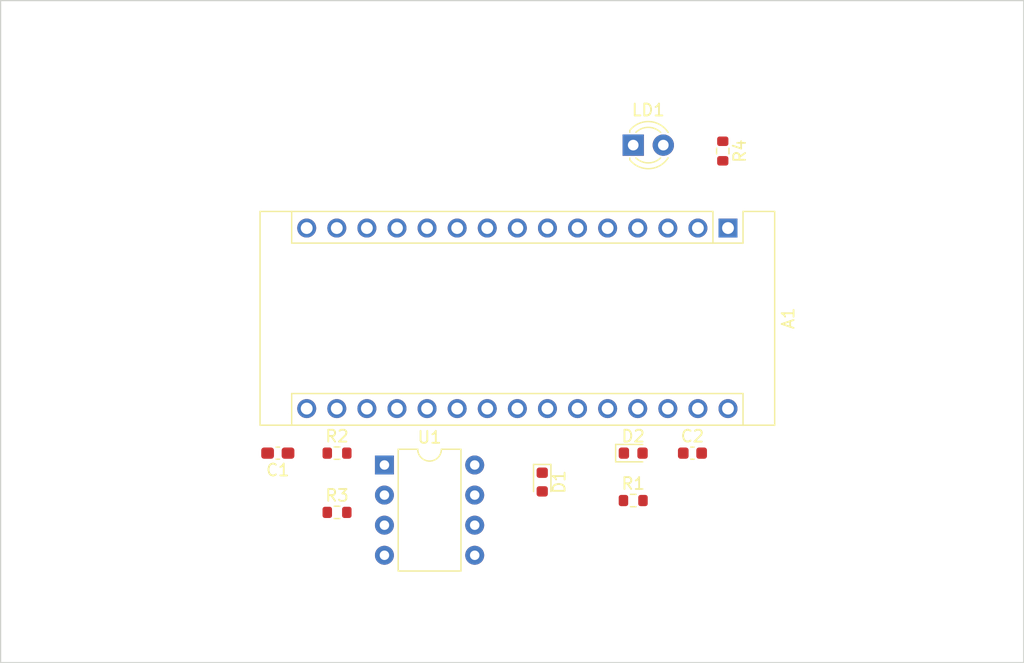
<source format=kicad_pcb>
(kicad_pcb (version 20220331) (generator pcbnew)
  (layers (0 "F.Cu" signal) (31 "B.Cu" signal) (34 "B.Paste" user) (35 "F.Paste" user) (36 "B.SilkS" user "B.Silkscreen") (37 "F.SilkS" user "F.Silkscreen") (38 "B.Mask" user) (39 "F.Mask" user) (44 "Edge.Cuts" user))
  (net 0 "")
  (net 4 "GNDREF")
  (net 5 "Net-(A1-D2)")
  (net 19 "Net-(A1-A0)")
  (net 20 "Net-(A1-A1)")
  (net 27 "/5V")
  (net 29 "+12V")
  (net 30 "Net-(U1-1MOHM_FB)")
  (net 31 "Net-(D1-A)")
  (net 32 "Net-(LD1-K)")
  (footprint "Capacitor_SMD:C_0603_1608Metric" (layer "F.Cu") (at 160 89)
    (fp_text reference "C2" (at 0 -1.43) (layer "F.SilkS"))
    (fp_text value "C")
    (fp_line (start -0.14058 -0.51) (end 0.14058 -0.51) (stroke (width 0.12)) (layer "F.SilkS"))
    (fp_line (start -0.14058 0.51) (end 0.14058 0.51) (stroke (width 0.12)) (layer "F.SilkS"))
    (pad "1" smd roundrect (at -0.775 0) (size 0.9 0.95) (layers "F.Cu" "F.Paste" "F.Mask") (net 31 "Net-(D1-A)"))
    (pad "2" smd roundrect (at 0.775 0) (size 0.9 0.95) (layers "F.Cu" "F.Paste" "F.Mask") (net 4 "GNDREF"))
  )
  (footprint "Module:Arduino_Nano_WithMountingHoles" (layer "F.Cu") (at 163 70 -90)
    (fp_text reference "A1" (at 7.62 -5.08 -90) (layer "F.SilkS"))
    (fp_text value "Arduino_Nano_v3.x")
    (fp_line (start -1.4 -3.94) (end -1.4 -1.27) (stroke (width 0.12)) (layer "F.SilkS"))
    (fp_line (start -1.4 1.27) (end -1.4 39.5) (stroke (width 0.12)) (layer "F.SilkS"))
    (fp_line (start -1.4 39.5) (end 16.64 39.5) (stroke (width 0.12)) (layer "F.SilkS"))
    (fp_line (start 1.27 -1.27) (end -1.4 -1.27) (stroke (width 0.12)) (layer "F.SilkS"))
    (fp_line (start 1.27 1.27) (end -1.4 1.27) (stroke (width 0.12)) (layer "F.SilkS"))
    (fp_line (start 1.27 1.27) (end 1.27 -1.27) (stroke (width 0.12)) (layer "F.SilkS"))
    (fp_line (start 1.27 1.27) (end 1.27 36.83) (stroke (width 0.12)) (layer "F.SilkS"))
    (fp_line (start 1.27 36.83) (end -1.4 36.83) (stroke (width 0.12)) (layer "F.SilkS"))
    (fp_line (start 13.97 -1.27) (end 13.97 36.83) (stroke (width 0.12)) (layer "F.SilkS"))
    (fp_line (start 13.97 -1.27) (end 16.64 -1.27) (stroke (width 0.12)) (layer "F.SilkS"))
    (fp_line (start 13.97 36.83) (end 16.64 36.83) (stroke (width 0.12)) (layer "F.SilkS"))
    (fp_line (start 16.64 -3.94) (end -1.4 -3.94) (stroke (width 0.12)) (layer "F.SilkS"))
    (fp_line (start 16.64 39.5) (end 16.64 -3.94) (stroke (width 0.12)) (layer "F.SilkS"))
    (pad "" np_thru_hole circle (at 0 -2.54 270) (size 1.78 1.78) (drill 1.78) (layers *.Cu *.Mask))
    (pad "" np_thru_hole circle (at 0 38.1 270) (size 1.78 1.78) (drill 1.78) (layers *.Cu *.Mask))
    (pad "" np_thru_hole circle (at 15.24 -2.54 270) (size 1.78 1.78) (drill 1.78) (layers *.Cu *.Mask))
    (pad "" np_thru_hole circle (at 15.24 38.1 270) (size 1.78 1.78) (drill 1.78) (layers *.Cu *.Mask))
    (pad "1" thru_hole rect (at 0 0 270) (size 1.6 1.6) (drill 1) (layers *.Cu *.Mask))
    (pad "2" thru_hole oval (at 0 2.54 270) (size 1.6 1.6) (drill 1) (layers *.Cu *.Mask))
    (pad "3" thru_hole oval (at 0 5.08 270) (size 1.6 1.6) (drill 1) (layers *.Cu *.Mask))
    (pad "4" thru_hole oval (at 0 7.62 270) (size 1.6 1.6) (drill 1) (layers *.Cu *.Mask) (net 4 "GNDREF"))
    (pad "5" thru_hole oval (at 0 10.16 270) (size 1.6 1.6) (drill 1) (layers *.Cu *.Mask) (net 5 "Net-(A1-D2)"))
    (pad "6" thru_hole oval (at 0 12.7 270) (size 1.6 1.6) (drill 1) (layers *.Cu *.Mask))
    (pad "7" thru_hole oval (at 0 15.24 270) (size 1.6 1.6) (drill 1) (layers *.Cu *.Mask))
    (pad "8" thru_hole oval (at 0 17.78 270) (size 1.6 1.6) (drill 1) (layers *.Cu *.Mask))
    (pad "9" thru_hole oval (at 0 20.32 270) (size 1.6 1.6) (drill 1) (layers *.Cu *.Mask))
    (pad "10" thru_hole oval (at 0 22.86 270) (size 1.6 1.6) (drill 1) (layers *.Cu *.Mask))
    (pad "11" thru_hole oval (at 0 25.4 270) (size 1.6 1.6) (drill 1) (layers *.Cu *.Mask))
    (pad "12" thru_hole oval (at 0 27.94 270) (size 1.6 1.6) (drill 1) (layers *.Cu *.Mask))
    (pad "13" thru_hole oval (at 0 30.48 270) (size 1.6 1.6) (drill 1) (layers *.Cu *.Mask))
    (pad "14" thru_hole oval (at 0 33.02 270) (size 1.6 1.6) (drill 1) (layers *.Cu *.Mask))
    (pad "15" thru_hole oval (at 0 35.56 270) (size 1.6 1.6) (drill 1) (layers *.Cu *.Mask))
    (pad "16" thru_hole oval (at 15.24 35.56 270) (size 1.6 1.6) (drill 1) (layers *.Cu *.Mask))
    (pad "17" thru_hole oval (at 15.24 33.02 270) (size 1.6 1.6) (drill 1) (layers *.Cu *.Mask))
    (pad "18" thru_hole oval (at 15.24 30.48 270) (size 1.6 1.6) (drill 1) (layers *.Cu *.Mask))
    (pad "19" thru_hole oval (at 15.24 27.94 270) (size 1.6 1.6) (drill 1) (layers *.Cu *.Mask) (net 19 "Net-(A1-A0)"))
    (pad "20" thru_hole oval (at 15.24 25.4 270) (size 1.6 1.6) (drill 1) (layers *.Cu *.Mask) (net 20 "Net-(A1-A1)"))
    (pad "21" thru_hole oval (at 15.24 22.86 270) (size 1.6 1.6) (drill 1) (layers *.Cu *.Mask))
    (pad "22" thru_hole oval (at 15.24 20.32 270) (size 1.6 1.6) (drill 1) (layers *.Cu *.Mask))
    (pad "23" thru_hole oval (at 15.24 17.78 270) (size 1.6 1.6) (drill 1) (layers *.Cu *.Mask))
    (pad "24" thru_hole oval (at 15.24 15.24 270) (size 1.6 1.6) (drill 1) (layers *.Cu *.Mask))
    (pad "25" thru_hole oval (at 15.24 12.7 270) (size 1.6 1.6) (drill 1) (layers *.Cu *.Mask))
    (pad "26" thru_hole oval (at 15.24 10.16 270) (size 1.6 1.6) (drill 1) (layers *.Cu *.Mask))
    (pad "27" thru_hole oval (at 15.24 7.62 270) (size 1.6 1.6) (drill 1) (layers *.Cu *.Mask) (net 27 "/5V"))
    (pad "28" thru_hole oval (at 15.24 5.08 270) (size 1.6 1.6) (drill 1) (layers *.Cu *.Mask))
    (pad "29" thru_hole oval (at 15.24 2.54 270) (size 1.6 1.6) (drill 1) (layers *.Cu *.Mask) (net 4 "GNDREF"))
    (pad "30" thru_hole oval (at 15.24 0 270) (size 1.6 1.6) (drill 1) (layers *.Cu *.Mask) (net 29 "+12V"))
  )
  (footprint "Package_DIP:DIP-8_W7.62mm" (layer "F.Cu") (at 134 90)
    (fp_text reference "U1" (at 3.81 -2.33) (layer "F.SilkS"))
    (fp_text value "OPT101P")
    (fp_line (start 1.16 -1.33) (end 1.16 8.95) (stroke (width 0.12)) (layer "F.SilkS"))
    (fp_line (start 1.16 8.95) (end 6.46 8.95) (stroke (width 0.12)) (layer "F.SilkS"))
    (fp_line (start 2.81 -1.33) (end 1.16 -1.33) (stroke (width 0.12)) (layer "F.SilkS"))
    (fp_line (start 6.46 -1.33) (end 4.81 -1.33) (stroke (width 0.12)) (layer "F.SilkS"))
    (fp_line (start 6.46 8.95) (end 6.46 -1.33) (stroke (width 0.12)) (layer "F.SilkS"))
    (fp_arc (start 4.81 -1.33) (mid 3.81 -0.33) (end 2.81 -1.33) (stroke (width 0.12)) (layer "F.SilkS"))
    (pad "1" thru_hole rect (at 0 0) (size 1.6 1.6) (drill 0.8) (layers *.Cu *.Mask) (net 29 "+12V"))
    (pad "2" thru_hole oval (at 0 2.54) (size 1.6 1.6) (drill 0.8) (layers *.Cu *.Mask))
    (pad "3" thru_hole oval (at 0 5.08) (size 1.6 1.6) (drill 0.8) (layers *.Cu *.Mask) (net 4 "GNDREF"))
    (pad "4" thru_hole oval (at 0 7.62) (size 1.6 1.6) (drill 0.8) (layers *.Cu *.Mask) (net 30 "Net-(U1-1MOHM_FB)"))
    (pad "5" thru_hole oval (at 7.62 7.62) (size 1.6 1.6) (drill 0.8) (layers *.Cu *.Mask) (net 30 "Net-(U1-1MOHM_FB)"))
    (pad "6" thru_hole oval (at 7.62 5.08) (size 1.6 1.6) (drill 0.8) (layers *.Cu *.Mask))
    (pad "7" thru_hole oval (at 7.62 2.54) (size 1.6 1.6) (drill 0.8) (layers *.Cu *.Mask))
    (pad "8" thru_hole oval (at 7.62 0) (size 1.6 1.6) (drill 0.8) (layers *.Cu *.Mask) (net 4 "GNDREF"))
  )
  (footprint "LED_THT:LED_D3.0mm" (layer "F.Cu") (at 155 63)
    (fp_text reference "LD1" (at 1.27 -2.96) (layer "F.SilkS"))
    (fp_text value "D_Laser_1A3C")
    (fp_line (start -0.29 -1.236) (end -0.29 -1.08) (stroke (width 0.12)) (layer "F.SilkS"))
    (fp_line (start -0.29 1.08) (end -0.29 1.236) (stroke (width 0.12)) (layer "F.SilkS"))
    (fp_arc (start -0.29 -1.235516) (mid 1.366487 -1.987659) (end 2.942335 -1.078608) (stroke (width 0.12)) (layer "F.SilkS"))
    (fp_arc (start 0.229039 -1.08) (mid 1.270117 -1.5) (end 2.31113 -1.079837) (stroke (width 0.12)) (layer "F.SilkS"))
    (fp_arc (start 2.31113 1.079837) (mid 1.270117 1.5) (end 0.229039 1.08) (stroke (width 0.12)) (layer "F.SilkS"))
    (fp_arc (start 2.942335 1.078608) (mid 1.366487 1.987659) (end -0.29 1.235516) (stroke (width 0.12)) (layer "F.SilkS"))
    (pad "1" thru_hole rect (at 0 0) (size 1.8 1.8) (drill 0.9) (layers *.Cu *.Mask) (net 5 "Net-(A1-D2)"))
    (pad "2" thru_hole circle (at 2.54 0) (size 1.8 1.8) (drill 0.9) (layers *.Cu *.Mask) (net 32 "Net-(LD1-K)"))
  )
  (footprint "Resistor_SMD:R_0603_1608Metric" (layer "F.Cu") (at 130 89)
    (fp_text reference "R2" (at 0 -1.43) (layer "F.SilkS"))
    (fp_text value "R")
    (fp_line (start -0.237258 -0.5225) (end 0.237258 -0.5225) (stroke (width 0.12)) (layer "F.SilkS"))
    (fp_line (start -0.237258 0.5225) (end 0.237258 0.5225) (stroke (width 0.12)) (layer "F.SilkS"))
    (pad "1" smd roundrect (at -0.825 0) (size 0.8 0.95) (layers "F.Cu" "F.Paste" "F.Mask") (net 30 "Net-(U1-1MOHM_FB)"))
    (pad "2" smd roundrect (at 0.825 0) (size 0.8 0.95) (layers "F.Cu" "F.Paste" "F.Mask") (net 20 "Net-(A1-A1)"))
  )
  (footprint "Diode_SMD:D_0603_1608Metric" (layer "F.Cu") (at 147.32 91.44 -90)
    (fp_text reference "D1" (at 0 -1.43 90) (layer "F.SilkS"))
    (fp_text value "D")
    (fp_line (start -1.485 -0.735) (end -1.485 0.735) (stroke (width 0.12)) (layer "F.SilkS"))
    (fp_line (start -1.485 0.735) (end 0.8 0.735) (stroke (width 0.12)) (layer "F.SilkS"))
    (fp_line (start 0.8 -0.735) (end -1.485 -0.735) (stroke (width 0.12)) (layer "F.SilkS"))
    (pad "1" smd roundrect (at -0.7875 0 270) (size 0.875 0.95) (layers "F.Cu" "F.Paste" "F.Mask") (net 19 "Net-(A1-A0)"))
    (pad "2" smd roundrect (at 0.7875 0 270) (size 0.875 0.95) (layers "F.Cu" "F.Paste" "F.Mask") (net 31 "Net-(D1-A)"))
  )
  (footprint "Resistor_SMD:R_0603_1608Metric" (layer "F.Cu") (at 162.56 63.5 -90)
    (fp_text reference "R4" (at 0 -1.43 90) (layer "F.SilkS"))
    (fp_text value "R")
    (fp_line (start -0.237258 -0.5225) (end 0.237258 -0.5225) (stroke (width 0.12)) (layer "F.SilkS"))
    (fp_line (start -0.237258 0.5225) (end 0.237258 0.5225) (stroke (width 0.12)) (layer "F.SilkS"))
    (pad "1" smd roundrect (at -0.825 0 270) (size 0.8 0.95) (layers "F.Cu" "F.Paste" "F.Mask") (net 32 "Net-(LD1-K)"))
    (pad "2" smd roundrect (at 0.825 0 270) (size 0.8 0.95) (layers "F.Cu" "F.Paste" "F.Mask") (net 4 "GNDREF"))
  )
  (footprint "Capacitor_SMD:C_0603_1608Metric_Pad1.08x0.95mm_HandSolder" (layer "F.Cu") (at 125 89 180)
    (fp_text reference "C1" (at 0 -1.43 180) (layer "F.SilkS"))
    (fp_text value "C")
    (fp_line (start -0.146267 -0.51) (end 0.146267 -0.51) (stroke (width 0.12)) (layer "F.SilkS"))
    (fp_line (start -0.146267 0.51) (end 0.146267 0.51) (stroke (width 0.12)) (layer "F.SilkS"))
    (pad "1" smd roundrect (at -0.8625 0 180) (size 1.075 0.95) (layers "F.Cu" "F.Paste" "F.Mask") (net 30 "Net-(U1-1MOHM_FB)"))
    (pad "2" smd roundrect (at 0.8625 0 180) (size 1.075 0.95) (layers "F.Cu" "F.Paste" "F.Mask") (net 19 "Net-(A1-A0)"))
  )
  (footprint "Resistor_SMD:R_0603_1608Metric" (layer "F.Cu") (at 130 94)
    (fp_text reference "R3" (at 0 -1.43) (layer "F.SilkS"))
    (fp_text value "R")
    (fp_line (start -0.237258 -0.5225) (end 0.237258 -0.5225) (stroke (width 0.12)) (layer "F.SilkS"))
    (fp_line (start -0.237258 0.5225) (end 0.237258 0.5225) (stroke (width 0.12)) (layer "F.SilkS"))
    (pad "1" smd roundrect (at -0.825 0) (size 0.8 0.95) (layers "F.Cu" "F.Paste" "F.Mask") (net 20 "Net-(A1-A1)"))
    (pad "2" smd roundrect (at 0.825 0) (size 0.8 0.95) (layers "F.Cu" "F.Paste" "F.Mask") (net 4 "GNDREF"))
  )
  (footprint "Resistor_SMD:R_0603_1608Metric" (layer "F.Cu") (at 155 93)
    (fp_text reference "R1" (at 0 -1.43) (layer "F.SilkS"))
    (fp_text value "10k")
    (fp_line (start -0.237258 -0.5225) (end 0.237258 -0.5225) (stroke (width 0.12)) (layer "F.SilkS"))
    (fp_line (start -0.237258 0.5225) (end 0.237258 0.5225) (stroke (width 0.12)) (layer "F.SilkS"))
    (pad "1" smd roundrect (at -0.825 0) (size 0.8 0.95) (layers "F.Cu" "F.Paste" "F.Mask") (net 27 "/5V"))
    (pad "2" smd roundrect (at 0.825 0) (size 0.8 0.95) (layers "F.Cu" "F.Paste" "F.Mask") (net 31 "Net-(D1-A)"))
  )
  (footprint "Diode_SMD:D_0603_1608Metric" (layer "F.Cu") (at 155 89)
    (fp_text reference "D2" (at 0 -1.43) (layer "F.SilkS"))
    (fp_text value "D")
    (fp_line (start -1.485 -0.735) (end -1.485 0.735) (stroke (width 0.12)) (layer "F.SilkS"))
    (fp_line (start -1.485 0.735) (end 0.8 0.735) (stroke (width 0.12)) (layer "F.SilkS"))
    (fp_line (start 0.8 -0.735) (end -1.485 -0.735) (stroke (width 0.12)) (layer "F.SilkS"))
    (pad "1" smd roundrect (at -0.7875 0) (size 0.875 0.95) (layers "F.Cu" "F.Paste" "F.Mask") (net 4 "GNDREF"))
    (pad "2" smd roundrect (at 0.7875 0) (size 0.875 0.95) (layers "F.Cu" "F.Paste" "F.Mask") (net 31 "Net-(D1-A)"))
  )
  (gr_rect (start 101.6 106.68) (end 187.96 50.8) (stroke (width 0.1)) (fill none) (layer "Edge.Cuts"))
)
</source>
